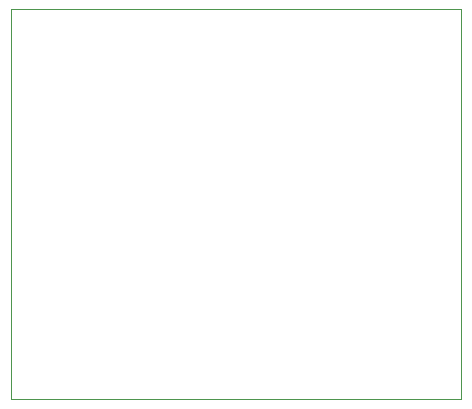
<source format=gko>
G04 EAGLE Gerber X2 export*
%TF.Part,Single*%
%TF.FileFunction,Other,Other*%
%TF.FilePolarity,Positive*%
%TF.GenerationSoftware,Autodesk,EAGLE,9.0.0*%
%TF.CreationDate,2018-05-04T14:31:41Z*%
G75*
%MOIN*%
%FSLAX34Y34*%
%LPD*%
%AMOC8*
5,1,8,0,0,1.08239X$1,22.5*%
G01*
%ADD10C,0.000000*%


D10*
X0Y0D02*
X14992Y0D01*
X14992Y12995D01*
X0Y12995D01*
X0Y0D01*
M02*

</source>
